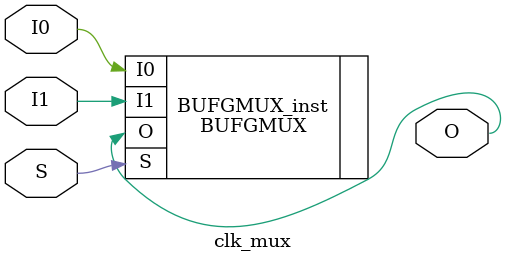
<source format=v>
`timescale 1ns / 1ps


module res_select(
input PIX_CLK0,
input PIX_CLK1,
input PIX_CLK_X5_0,
input PIX_CLK_X5_1,
input LOCKED0,
input LOCKED1,
input SEL,
output PIX_CLK,
output PIX_CLK_X5,
output LOCKED,
output [10:0]Line_Width,
output [11:0]H_TOTAL,
output [10:0]V_TOTAL
    );
    
assign LOCKED = SEL ? LOCKED1 : LOCKED0;
assign Line_Width=SEL?11'd1280:11'd640;
assign H_TOTAL=SEL?12'd1439:12'd799;
assign V_TOTAL=SEL?11'd739:11'd524;  

clk_mux P_CLK_MUX(
PIX_CLK,
PIX_CLK0,
PIX_CLK1,
SEL
);  

clk_mux P_CLK_X5_MUX(
PIX_CLK_X5,
PIX_CLK_X5_0,
PIX_CLK_X5_1,
SEL
); 


endmodule


module clk_mux(
output O,
input I0,
input I1,
input S 
);

BUFGMUX #(
)
BUFGMUX_inst(
 .O(O), // 1-bit output: Clock output
 .I0(I0), // 1-bit input: Clock input (S=0)
 .I1(I1), // 1-bit input: Clock input (S=1)
 .S(S) // 1-bit input: Clock select
);

endmodule
</source>
